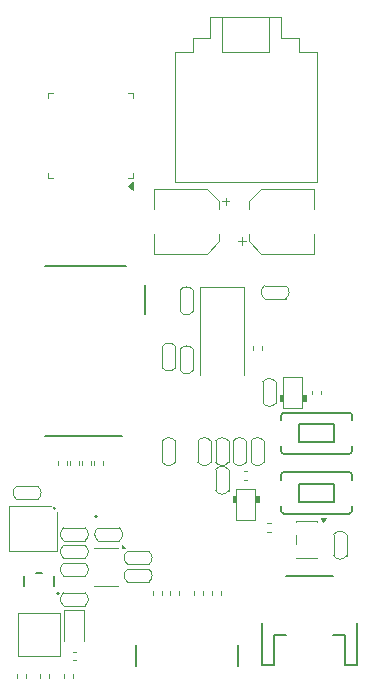
<source format=gbo>
%TF.GenerationSoftware,KiCad,Pcbnew,9.0.5*%
%TF.CreationDate,2025-10-29T14:00:37-04:00*%
%TF.ProjectId,MY-MP3,4d592d4d-5033-42e6-9b69-6361645f7063,rev?*%
%TF.SameCoordinates,Original*%
%TF.FileFunction,Legend,Bot*%
%TF.FilePolarity,Positive*%
%FSLAX46Y46*%
G04 Gerber Fmt 4.6, Leading zero omitted, Abs format (unit mm)*
G04 Created by KiCad (PCBNEW 9.0.5) date 2025-10-29 14:00:37*
%MOMM*%
%LPD*%
G01*
G04 APERTURE LIST*
%ADD10C,0.120000*%
%ADD11C,0.200000*%
%ADD12C,0.203200*%
%ADD13C,0.100000*%
G04 APERTURE END LIST*
D10*
%TO.C,U7*%
X130750000Y-111600000D02*
X134250000Y-111600000D01*
X130750000Y-115400000D02*
X130750000Y-111600000D01*
X134750000Y-112100000D02*
X134750000Y-115400000D01*
X134750000Y-115400000D02*
X130750000Y-115400000D01*
D11*
X134613500Y-111800000D02*
G75*
G02*
X134486500Y-111800000I-63500J0D01*
G01*
X134486500Y-111800000D02*
G75*
G02*
X134613500Y-111800000I63500J0D01*
G01*
D10*
%TO.C,C14*%
X158200001Y-114032500D02*
X158200000Y-115832500D01*
X159300000Y-115832500D02*
X159300000Y-114032500D01*
X158200001Y-114032500D02*
G75*
G02*
X159300001Y-114032500I550000J-395124D01*
G01*
X159300000Y-115832500D02*
G75*
G02*
X158200000Y-115832500I-550000J395124D01*
G01*
%TO.C,J7*%
X144750000Y-73200000D02*
X144750000Y-84200000D01*
X144750000Y-84200000D02*
X156750000Y-84200000D01*
X146250000Y-72000000D02*
X146250000Y-73200000D01*
X146250000Y-73200000D02*
X144750000Y-73200000D01*
X147750000Y-70200000D02*
X147750000Y-72000000D01*
X147750000Y-72000000D02*
X146250000Y-72000000D01*
X148750000Y-73200000D02*
X148750000Y-70200000D01*
X152750000Y-70200000D02*
X152750000Y-73200000D01*
X152750000Y-73200000D02*
X148750000Y-73200000D01*
X153750000Y-70200000D02*
X147750000Y-70200000D01*
X153750000Y-72000000D02*
X153750000Y-70200000D01*
X155250000Y-72000000D02*
X153750000Y-72000000D01*
X155250000Y-73200000D02*
X155250000Y-72000000D01*
X156750000Y-73200000D02*
X155250000Y-73200000D01*
X156750000Y-84200000D02*
X156750000Y-73200000D01*
%TO.C,C11*%
X145200000Y-93337500D02*
X145200000Y-95137500D01*
X146299999Y-95137500D02*
X146300000Y-93337500D01*
X145200000Y-93337500D02*
G75*
G02*
X146300000Y-93337500I550000J-395124D01*
G01*
X146299999Y-95137500D02*
G75*
G02*
X145199999Y-95137500I-550000J395124D01*
G01*
%TO.C,R16*%
X135370000Y-125846359D02*
X135370000Y-126153641D01*
X136130000Y-125846359D02*
X136130000Y-126153641D01*
%TO.C,R3*%
X150903641Y-108620000D02*
X150596359Y-108620000D01*
X150903641Y-109380000D02*
X150596359Y-109380000D01*
%TO.C,R23*%
X136870000Y-108153641D02*
X136870000Y-107846359D01*
X137630000Y-108153641D02*
X137630000Y-107846359D01*
%TO.C,C21*%
X143700001Y-98100000D02*
X143700000Y-99900000D01*
X144800000Y-99900000D02*
X144800000Y-98100000D01*
X143700001Y-98100000D02*
G75*
G02*
X144800001Y-98100000I550000J-395124D01*
G01*
X144800000Y-99900000D02*
G75*
G02*
X143700000Y-99900000I-550000J395124D01*
G01*
%TO.C,R14*%
X142870000Y-118846359D02*
X142870000Y-119153641D01*
X143630000Y-118846359D02*
X143630000Y-119153641D01*
%TO.C,C26*%
X135350000Y-116050000D02*
X137150000Y-116050000D01*
X137150000Y-114950001D02*
X135350000Y-114950000D01*
X135350000Y-116050000D02*
G75*
G02*
X135350000Y-114950000I395124J550000D01*
G01*
X137150000Y-114950001D02*
G75*
G02*
X137150000Y-116050001I-395124J-550000D01*
G01*
%TO.C,C17*%
X152350000Y-94060000D02*
X154150000Y-94060000D01*
X154150000Y-92960001D02*
X152350000Y-92960000D01*
X152350000Y-94060000D02*
G75*
G02*
X152350000Y-92960000I395124J550000D01*
G01*
X154150000Y-92960001D02*
G75*
G02*
X154150000Y-94060001I-395124J-550000D01*
G01*
%TO.C,R15*%
X147870000Y-118846359D02*
X147870000Y-119153641D01*
X148630000Y-118846359D02*
X148630000Y-119153641D01*
%TO.C,C2*%
X135350000Y-120050000D02*
X137150000Y-120050000D01*
X137150000Y-118950001D02*
X135350000Y-118950000D01*
X135350000Y-120050000D02*
G75*
G02*
X135350000Y-118950000I395124J550000D01*
G01*
X137150000Y-118950001D02*
G75*
G02*
X137150000Y-120050001I-395124J-550000D01*
G01*
%TO.C,D1*%
X135400000Y-120390000D02*
X135400000Y-123050000D01*
X135400000Y-120390000D02*
X137100000Y-120390000D01*
X137100000Y-120390000D02*
X137100000Y-123050000D01*
%TO.C,C22*%
X148200000Y-106110000D02*
X148200000Y-107910000D01*
X149299999Y-107910000D02*
X149300000Y-106110000D01*
X148200000Y-106110000D02*
G75*
G02*
X149300000Y-106110000I550000J-395124D01*
G01*
X149299999Y-107910000D02*
G75*
G02*
X148199999Y-107910000I-550000J395124D01*
G01*
%TO.C,Y2*%
X146890000Y-93052500D02*
X150610000Y-93052500D01*
X146890000Y-100497500D02*
X146890000Y-93052500D01*
X150610000Y-93052500D02*
X150610000Y-100497500D01*
%TO.C,C13*%
X145200000Y-98337500D02*
X145200000Y-100137500D01*
X146299999Y-100137500D02*
X146300000Y-98337500D01*
X145200000Y-98337500D02*
G75*
G02*
X146300000Y-98337500I550000J-395124D01*
G01*
X146299999Y-100137500D02*
G75*
G02*
X145199999Y-100137500I-550000J395124D01*
G01*
D12*
%TO.C,J3*%
X152150000Y-125100000D02*
X152150000Y-121500000D01*
X153150000Y-122500000D02*
X153150000Y-125100000D01*
X153150000Y-125100000D02*
X152150000Y-125100000D01*
X154150000Y-117500000D02*
X158150000Y-117500000D01*
X154150000Y-122500000D02*
X153150000Y-122500000D01*
X159150000Y-122500000D02*
X158150000Y-122500000D01*
X159150000Y-125100000D02*
X159150000Y-122500000D01*
X160150000Y-121500000D02*
X160150000Y-125100000D01*
X160150000Y-125100000D02*
X159150000Y-125100000D01*
D10*
%TO.C,R21*%
X156370000Y-101846359D02*
X156370000Y-102153641D01*
X157130000Y-101846359D02*
X157130000Y-102153641D01*
%TO.C,R19*%
X152596359Y-113052500D02*
X152903641Y-113052500D01*
X152596359Y-113812500D02*
X152903641Y-113812500D01*
%TO.C,C16*%
X149700000Y-106110000D02*
X149700000Y-107910000D01*
X150799999Y-107910000D02*
X150800000Y-106110000D01*
X149700000Y-106110000D02*
G75*
G02*
X150800000Y-106110000I550000J-395124D01*
G01*
X150799999Y-107910000D02*
G75*
G02*
X149699999Y-107910000I-550000J395124D01*
G01*
%TO.C,C28*%
X140750000Y-118050000D02*
X142550000Y-118050000D01*
X142550000Y-116950001D02*
X140750000Y-116950000D01*
X140750000Y-118050000D02*
G75*
G02*
X140750000Y-116950000I395124J550000D01*
G01*
X142550000Y-116950001D02*
G75*
G02*
X142550000Y-118050001I-395124J-550000D01*
G01*
%TO.C,C15*%
X152200001Y-101100000D02*
X152200000Y-102900000D01*
X153300000Y-102900000D02*
X153300000Y-101100000D01*
X152200001Y-101100000D02*
G75*
G02*
X153300001Y-101100000I550000J-395124D01*
G01*
X153300000Y-102900000D02*
G75*
G02*
X152200000Y-102900000I-550000J395124D01*
G01*
%TO.C,C23*%
X146700000Y-106110000D02*
X146700000Y-107910000D01*
X147799999Y-107910000D02*
X147800000Y-106110000D01*
X146700000Y-106110000D02*
G75*
G02*
X147800000Y-106110000I550000J-395124D01*
G01*
X147799999Y-107910000D02*
G75*
G02*
X146699999Y-107910000I-550000J395124D01*
G01*
%TO.C,C29*%
X140750000Y-116550000D02*
X142550000Y-116550000D01*
X142550000Y-115450001D02*
X140750000Y-115450000D01*
X140750000Y-116550000D02*
G75*
G02*
X140750000Y-115450000I395124J550000D01*
G01*
X142550000Y-115450001D02*
G75*
G02*
X142550000Y-116550001I-395124J-550000D01*
G01*
%TO.C,C9*%
X150125000Y-89185000D02*
X150750000Y-89185000D01*
X150437500Y-89497500D02*
X150437500Y-88872500D01*
X150990000Y-85804437D02*
X150990000Y-86440000D01*
X150990000Y-85804437D02*
X152054437Y-84740000D01*
X150990000Y-89195563D02*
X150990000Y-88560000D01*
X150990000Y-89195563D02*
X152054437Y-90260000D01*
X152054437Y-84740000D02*
X156510000Y-84740000D01*
X152054437Y-90260000D02*
X156510000Y-90260000D01*
X156510000Y-84740000D02*
X156510000Y-86440000D01*
X156510000Y-90260000D02*
X156510000Y-88560000D01*
D12*
%TO.C,SW1*%
X153750000Y-104350000D02*
X153750000Y-103950000D01*
X153750000Y-106950000D02*
X153750000Y-106550000D01*
X154000000Y-107200000D02*
X159500000Y-107200000D01*
X155250000Y-106200000D02*
X155250000Y-104700000D01*
X155250000Y-106200000D02*
X158250000Y-106200000D01*
X158250000Y-104700000D02*
X155250000Y-104700000D01*
X158250000Y-106200000D02*
X158250000Y-104700000D01*
X159500000Y-103700000D02*
X154000000Y-103700000D01*
X159750000Y-104350000D02*
X159750000Y-103950000D01*
X159750000Y-106950000D02*
X159750000Y-106550000D01*
X153750000Y-103950000D02*
G75*
G02*
X154000000Y-103700000I250000J0D01*
G01*
X154000000Y-107200000D02*
G75*
G02*
X153750000Y-106950000I0J250000D01*
G01*
X159500000Y-103700000D02*
G75*
G02*
X159750000Y-103950000I1J-249999D01*
G01*
X159750000Y-106950000D02*
G75*
G02*
X159500000Y-107200000I-249999J-1D01*
G01*
D10*
%TO.C,C27*%
X135350000Y-114550000D02*
X137150000Y-114550000D01*
X137150000Y-113450001D02*
X135350000Y-113450000D01*
X135350000Y-114550000D02*
G75*
G02*
X135350000Y-113450000I395124J550000D01*
G01*
X137150000Y-113450001D02*
G75*
G02*
X137150000Y-114550001I-395124J-550000D01*
G01*
%TO.C,C30*%
X138250000Y-114549999D02*
X140050000Y-114550000D01*
X140050000Y-113450000D02*
X138250000Y-113450000D01*
X138250000Y-114549999D02*
G75*
G02*
X138250000Y-113449999I395124J550000D01*
G01*
X140050000Y-113450000D02*
G75*
G02*
X140050000Y-114550000I-395124J-550000D01*
G01*
%TO.C,U5*%
X137950000Y-115140000D02*
X139950000Y-115140000D01*
X137950000Y-118360000D02*
X139950000Y-118360000D01*
X140570000Y-115190000D02*
X140290000Y-115190000D01*
X140290000Y-114910000D01*
X140570000Y-115190000D01*
G36*
X140570000Y-115190000D02*
G01*
X140290000Y-115190000D01*
X140290000Y-114910000D01*
X140570000Y-115190000D01*
G37*
%TO.C,R22*%
X137870000Y-108153641D02*
X137870000Y-107846359D01*
X138630000Y-108153641D02*
X138630000Y-107846359D01*
%TO.C,R11*%
X151370000Y-98391141D02*
X151370000Y-98083859D01*
X152130000Y-98391141D02*
X152130000Y-98083859D01*
%TO.C,R18*%
X136404857Y-123935021D02*
X136097575Y-123935021D01*
X136404857Y-124695021D02*
X136097575Y-124695021D01*
%TO.C,C1*%
X151200001Y-106110000D02*
X151200000Y-107910000D01*
X152300000Y-107910000D02*
X152300000Y-106110000D01*
X151200001Y-106110000D02*
G75*
G02*
X152300001Y-106110000I550000J-395124D01*
G01*
X152300000Y-107910000D02*
G75*
G02*
X151200000Y-107910000I-550000J395124D01*
G01*
%TO.C,C20*%
X143700000Y-106110000D02*
X143700000Y-107910000D01*
X144799999Y-107910000D02*
X144800000Y-106110000D01*
X143700000Y-106110000D02*
G75*
G02*
X144800000Y-106110000I550000J-395124D01*
G01*
X144799999Y-107910000D02*
G75*
G02*
X143699999Y-107910000I-550000J395124D01*
G01*
%TO.C,D2*%
X149950000Y-110200000D02*
X151550000Y-110200000D01*
X149950000Y-112800000D02*
X149950000Y-110200000D01*
X151550000Y-110200000D02*
X151550000Y-112800000D01*
X151550000Y-112800000D02*
X149950000Y-112800000D01*
D13*
X149950000Y-111300000D02*
X149650000Y-111300000D01*
X149650000Y-110800000D01*
X149950000Y-110800000D01*
X149950000Y-111300000D01*
G36*
X149950000Y-111300000D02*
G01*
X149650000Y-111300000D01*
X149650000Y-110800000D01*
X149950000Y-110800000D01*
X149950000Y-111300000D01*
G37*
X151850000Y-111300000D02*
X151550000Y-111300000D01*
X151550000Y-110800000D01*
X151850000Y-110800000D01*
X151850000Y-111300000D01*
G36*
X151850000Y-111300000D02*
G01*
X151550000Y-111300000D01*
X151550000Y-110800000D01*
X151850000Y-110800000D01*
X151850000Y-111300000D01*
G37*
D10*
%TO.C,R20*%
X133370000Y-126153641D02*
X133370000Y-125846359D01*
X134130000Y-126153641D02*
X134130000Y-125846359D01*
%TO.C,C3*%
X131350000Y-111050000D02*
X133150000Y-111050000D01*
X133150000Y-109950001D02*
X131350000Y-109950000D01*
X131350000Y-111050000D02*
G75*
G02*
X131350000Y-109950000I395124J550000D01*
G01*
X133150000Y-109950001D02*
G75*
G02*
X133150000Y-111050001I-395124J-550000D01*
G01*
D12*
%TO.C,U3*%
X131980000Y-117570600D02*
X131980000Y-118429400D01*
X133518400Y-117291200D02*
X132981600Y-117291200D01*
X134520000Y-118429400D02*
X134520000Y-117570600D01*
D11*
X134950200Y-119016000D02*
G75*
G02*
X134750200Y-119016000I-100000J0D01*
G01*
X134750200Y-119016000D02*
G75*
G02*
X134950200Y-119016000I100000J0D01*
G01*
D10*
%TO.C,R12*%
X144370000Y-119153641D02*
X144370000Y-118846359D01*
X145130000Y-119153641D02*
X145130000Y-118846359D01*
D12*
%TO.C,J1*%
X133750000Y-105700000D02*
X140250000Y-105700000D01*
X140650000Y-91300000D02*
X133750000Y-91300000D01*
X142250000Y-95400000D02*
X142250000Y-92900000D01*
%TO.C,J2*%
X141430000Y-123400000D02*
X141430000Y-125200000D01*
X150070000Y-123400000D02*
X150070000Y-125200000D01*
D10*
%TO.C,R13*%
X146370000Y-119153641D02*
X146370000Y-118846359D01*
X147130000Y-119153641D02*
X147130000Y-118846359D01*
%TO.C,U2*%
X133977500Y-76640000D02*
X133977500Y-77090000D01*
X133977500Y-83410000D02*
X133977500Y-83860000D01*
X133977500Y-83860000D02*
X134427500Y-83860000D01*
X134427500Y-76640000D02*
X133977500Y-76640000D01*
X140747500Y-83860000D02*
X141197500Y-83860000D01*
X141197500Y-76640000D02*
X140747500Y-76640000D01*
X141197500Y-77090000D02*
X141197500Y-76640000D01*
X141197500Y-83860000D02*
X141197500Y-83410000D01*
X141217500Y-84840000D02*
X140747500Y-84500000D01*
X141217500Y-84160000D01*
X141217500Y-84840000D01*
G36*
X141217500Y-84840000D02*
G01*
X140747500Y-84500000D01*
X141217500Y-84160000D01*
X141217500Y-84840000D01*
G37*
%TO.C,R25*%
X131370000Y-126153641D02*
X131370000Y-125846359D01*
X132130000Y-126153641D02*
X132130000Y-125846359D01*
%TO.C,C24*%
X148200001Y-108532500D02*
X148200000Y-110332500D01*
X149300000Y-110332500D02*
X149300000Y-108532500D01*
X148200001Y-108532500D02*
G75*
G02*
X149300001Y-108532500I550000J-395124D01*
G01*
X149300000Y-110332500D02*
G75*
G02*
X148200000Y-110332500I-550000J395124D01*
G01*
D12*
%TO.C,SW2*%
X153750000Y-109400000D02*
X153750000Y-109000000D01*
X153750000Y-112000000D02*
X153750000Y-111600000D01*
X154000000Y-112250000D02*
X159500000Y-112250000D01*
X155250000Y-111250000D02*
X155250000Y-109750000D01*
X155250000Y-111250000D02*
X158250000Y-111250000D01*
X158250000Y-109750000D02*
X155250000Y-109750000D01*
X158250000Y-111250000D02*
X158250000Y-109750000D01*
X159500000Y-108750000D02*
X154000000Y-108750000D01*
X159750000Y-109400000D02*
X159750000Y-109000000D01*
X159750000Y-112000000D02*
X159750000Y-111600000D01*
X153750000Y-109000000D02*
G75*
G02*
X154000000Y-108750000I250000J0D01*
G01*
X154000000Y-112250000D02*
G75*
G02*
X153750000Y-112000000I0J250000D01*
G01*
X159500000Y-108750000D02*
G75*
G02*
X159750000Y-109000000I1J-249999D01*
G01*
X159750000Y-112000000D02*
G75*
G02*
X159500000Y-112250000I-249999J-1D01*
G01*
D10*
%TO.C,D3*%
X153950000Y-100700000D02*
X155550000Y-100700000D01*
X153950000Y-103300000D02*
X153950000Y-100700000D01*
X155550000Y-100700000D02*
X155550000Y-103300000D01*
X155550000Y-103300000D02*
X153950000Y-103300000D01*
D13*
X153950000Y-102700000D02*
X153650000Y-102700000D01*
X153650000Y-102200000D01*
X153950000Y-102200000D01*
X153950000Y-102700000D01*
G36*
X153950000Y-102700000D02*
G01*
X153650000Y-102700000D01*
X153650000Y-102200000D01*
X153950000Y-102200000D01*
X153950000Y-102700000D01*
G37*
X155850000Y-102700000D02*
X155550000Y-102700000D01*
X155550000Y-102200000D01*
X155850000Y-102200000D01*
X155850000Y-102700000D01*
G36*
X155850000Y-102700000D02*
G01*
X155550000Y-102700000D01*
X155550000Y-102200000D01*
X155850000Y-102200000D01*
X155850000Y-102700000D01*
G37*
D10*
%TO.C,Q1*%
X131450000Y-120700000D02*
X135050000Y-120700000D01*
X131450000Y-124300000D02*
X131450000Y-120700000D01*
X135050000Y-120700000D02*
X135050000Y-124300000D01*
X135050000Y-124300000D02*
X131450000Y-124300000D01*
%TO.C,R2*%
X135870000Y-107846359D02*
X135870000Y-108153641D01*
X136630000Y-107846359D02*
X136630000Y-108153641D01*
%TO.C,C10*%
X142990000Y-84740000D02*
X142990000Y-86440000D01*
X142990000Y-90260000D02*
X142990000Y-88560000D01*
X147445563Y-84740000D02*
X142990000Y-84740000D01*
X147445563Y-90260000D02*
X142990000Y-90260000D01*
X148510000Y-85804437D02*
X147445563Y-84740000D01*
X148510000Y-85804437D02*
X148510000Y-86440000D01*
X148510000Y-89195563D02*
X147445563Y-90260000D01*
X148510000Y-89195563D02*
X148510000Y-88560000D01*
X149062500Y-85502500D02*
X149062500Y-86127500D01*
X149375000Y-85815000D02*
X148750000Y-85815000D01*
%TO.C,R1*%
X134870000Y-108153641D02*
X134870000Y-107846359D01*
X135630000Y-108153641D02*
X135630000Y-107846359D01*
%TO.C,C25*%
X135350000Y-117550000D02*
X137150000Y-117550000D01*
X137150000Y-116450001D02*
X135350000Y-116450000D01*
X135350000Y-117550000D02*
G75*
G02*
X135350000Y-116450000I395124J550000D01*
G01*
X137150000Y-116450001D02*
G75*
G02*
X137150000Y-117550001I-395124J-550000D01*
G01*
%TO.C,U6*%
X154977500Y-112922500D02*
X154977500Y-112972500D01*
X154977500Y-114092500D02*
X154977500Y-114872500D01*
X154977500Y-115992500D02*
X154977500Y-116042500D01*
X154977500Y-116042500D02*
X156797500Y-116042500D01*
X156797500Y-112922500D02*
X154977500Y-112922500D01*
X156797500Y-112972500D02*
X156797500Y-112922500D01*
X156797500Y-116042500D02*
X156797500Y-115992500D01*
X157337500Y-112972500D02*
X157097500Y-112642500D01*
X157577500Y-112642500D01*
X157337500Y-112972500D01*
G36*
X157337500Y-112972500D02*
G01*
X157097500Y-112642500D01*
X157577500Y-112642500D01*
X157337500Y-112972500D01*
G37*
%TO.C,U4*%
D11*
X138170240Y-112487827D02*
G75*
G02*
X137970240Y-112487827I-100000J0D01*
G01*
X137970240Y-112487827D02*
G75*
G02*
X138170240Y-112487827I100000J0D01*
G01*
%TD*%
M02*

</source>
